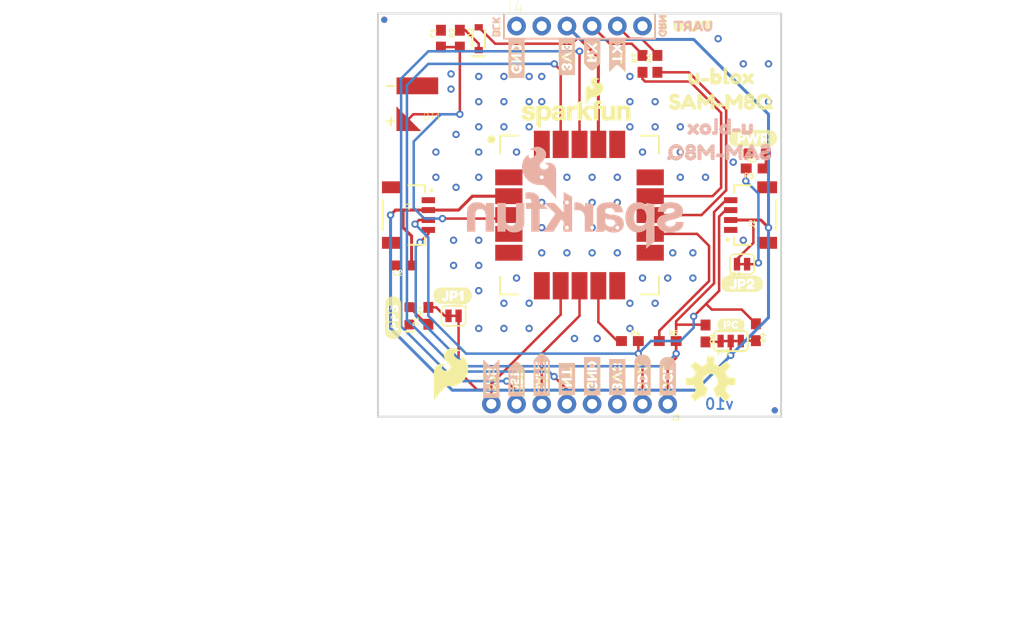
<source format=kicad_pcb>
(kicad_pcb (version 20211014) (generator pcbnew)
  (layers (0 "F.Cu" signal) (31 "B.Cu" signal) (34 "B.Paste" user) (35 "F.Paste" user) (36 "B.SilkS" user "B.Silkscreen") (37 "F.SilkS" user "F.Silkscreen") (38 "B.Mask" user) (39 "F.Mask" user) (44 "Edge.Cuts" user))
  (net 0 "")
  (net 1 "3.3V")
  (net 2 "GND")
  (net 3 "SCL")
  (net 4 "SDA")
  (net 5 "~{RESET}")
  (net 6 "TXLV")
  (net 7 "RXLV")
  (net 8 "BACKUP")
  (net 9 "INT")
  (net 10 "PPS")
  (net 11 "N$5")
  (net 12 "N$8")
  (net 13 "N$2")
  (net 14 "N$4")
  (net 15 "N$6")
  (net 16 "SDA_LV")
  (net 17 "SCL_LV")
  (net 18 "~{SAFE}")
  (net 19 "RXI")
  (net 20 "TXO")
  (net 21 "N$1")
  (net 22 "N$3")
  (footprint "boardEagle:GND-04" (layer "F.Cu") (at 142.1511 91.6686 90)
    (fp_text reference "U$33" hide)
    (fp_text value "" hide)
  )
  (footprint "boardEagle:1X06_NO_SILK" (layer "F.Cu") (at 142.1511 85.9536)
    (fp_text reference "J4" (at -1.3462 -1.8288) (layer "F.SilkS") (effects (font (size 1.221232 1.221232) (thickness 0.048768)) (justify left)))
    (fp_text value "BOOT")
    (pad "1" thru_hole circle (at 0 0 90) (size 1.8796 1.8796) (drill 1.016) (layers *.Cu *.Mask) (net 2 "GND"))
    (pad "2" thru_hole circle (at 2.54 0 90) (size 1.8796 1.8796) (drill 1.016) (layers *.Cu *.Mask) (net 2 "GND"))
    (pad "3" thru_hole circle (at 5.08 0 90) (size 1.8796 1.8796) (drill 1.016) (layers *.Cu *.Mask) (net 1 "3.3V"))
    (pad "4" thru_hole circle (at 7.62 0 90) (size 1.8796 1.8796) (drill 1.016) (layers *.Cu *.Mask) (net 19 "RXI"))
    (pad "5" thru_hole circle (at 10.16 0 90) (size 1.8796 1.8796) (drill 1.016) (layers *.Cu *.Mask) (net 20 "TXO"))
    (pad "6" thru_hole circle (at 12.7 0 90) (size 1.8796 1.8796) (drill 1.016) (layers *.Cu *.Mask))
  )
  (footprint "boardEagle:I_SUPER2_C-()-03" (layer "F.Cu") (at 162.3441 116.0526)
    (fp_text reference "U$10" hide)
    (fp_text value "" hide)
  )
  (footprint "boardEagle:SFE_LOGO_FLAME_.2" (layer "F.Cu") (at 135.5471 121.0056)
    (fp_text reference "U$2" hide)
    (fp_text value "" hide)
  )
  (footprint "boardEagle:0603" (layer "F.Cu") (at 136.4361 87.2236 90)
    (fp_text reference "R2" (at 0 -0.762 90) (layer "F.SilkS") (effects (font (size 0.512064 0.512064) (thickness 0.097536)) (justify left)))
    (fp_text value "3.3k")
    (pad "1" smd rect (at -0.85 0 90) (size 1.1 1) (layers "F.Cu" "F.Paste" "F.Mask") (net 8 "BACKUP"))
    (pad "2" smd rect (at 0.85 0 90) (size 1.1 1) (layers "F.Cu" "F.Paste" "F.Mask") (net 15 "N$6"))
  )
  (footprint "boardEagle:CREATIVE_COMMONS" (layer "F.Cu") (at 110.4011 143.1036)
    (fp_text reference "FRAME1" hide)
    (fp_text value "FRAME-LETTER" hide)
  )
  (footprint "boardEagle:PWR0" (layer "F.Cu") (at 163.4871 97.2566)
    (fp_text reference "U$30" hide)
    (fp_text value "" hide)
  )
  (footprint "boardEagle:GRN2" (layer "F.Cu") (at 156.8831 87.7316 90)
    (fp_text reference "U$14" hide)
    (fp_text value "" hide)
  )
  (footprint "boardEagle:FIDUCIAL-MICRO" (layer "F.Cu") (at 168.1861 124.6886)
    (fp_text reference "FD1" hide)
    (fp_text value "FIDUCIALUFIDUCIAL" hide)
    (pad "1" smd roundrect (at 0 0) (size 0.635 0.635) (layers "F.Cu" "F.Mask") (roundrect_rratio 0.5))
  )
  (footprint "boardEagle:SAM#M8Q4" (layer "F.Cu") (at 156.1211 93.5736)
    (fp_text reference "U$21" hide)
    (fp_text value "" hide)
  )
  (footprint "boardEagle:PPS0" (layer "F.Cu") (at 129.7051 117.5766 90)
    (fp_text reference "U$29" hide)
    (fp_text value "" hide)
  )
  (footprint "boardEagle:RX6" (layer "F.Cu") (at 149.7711 90.5256 90)
    (fp_text reference "U$19" hide)
    (fp_text value "" hide)
  )
  (footprint "boardEagle:PPS5" (layer "F.Cu") (at 139.6111 123.9266 90)
    (fp_text reference "U$43" hide)
    (fp_text value "" hide)
  )
  (footprint "boardEagle:3V3-04" (layer "F.Cu") (at 152.3111 123.6726 90)
    (fp_text reference "U$6" hide)
    (fp_text value "" hide)
  )
  (footprint "boardEagle:TX7" (layer "F.Cu") (at 152.3111 90.6526 90)
    (fp_text reference "U$23" hide)
    (fp_text value "" hide)
  )
  (footprint "boardEagle:SAM-M8Q" (layer "F.Cu") (at 148.5011 105.0036)
    (fp_text reference "U1" (at -7.75 -8.25) (layer "F.SilkS") (effects (font (size 0.470611 0.470611) (thickness 0.037389)) (justify left)))
    (fp_text value "UBLOX_SAM_M8Q-0-10")
    (pad "1" smd rect (at -7.125 -3.8 180) (size 2.75 1.6) (layers "F.Cu" "F.Paste" "F.Mask") (net 2 "GND"))
    (pad "2" smd rect (at -7.125 -1.9 180) (size 2.75 1.6) (layers "F.Cu" "F.Paste" "F.Mask") (net 1 "3.3V"))
    (pad "3" smd rect (at -7.125 0 180) (size 2.75 1.6) (layers "F.Cu" "F.Paste" "F.Mask") (net 8 "BACKUP"))
    (pad "4" smd rect (at -7.125 1.9 180) (size 2.75 1.6) (layers "F.Cu" "F.Paste" "F.Mask") (net 2 "GND"))
    (pad "5" smd rect (at -7.125 3.8 180) (size 2.75 1.6) (layers "F.Cu" "F.Paste" "F.Mask") (net 2 "GND"))
    (pad "6" smd rect (at -3.8 7.125 90) (size 2.75 1.6) (layers "F.Cu" "F.Paste" "F.Mask") (net 2 "GND"))
    (pad "7" smd rect (at -1.9 7.125 90) (size 2.75 1.6) (layers "F.Cu" "F.Paste" "F.Mask") (net 10 "PPS"))
    (pad "8" smd rect (at 0 7.125 90) (size 2.75 1.6) (layers "F.Cu" "F.Paste" "F.Mask") (net 18 "~{SAFE}"))
    (pad "9" smd rect (at 1.9 7.125 90) (size 2.75 1.6) (layers "F.Cu" "F.Paste" "F.Mask") (net 16 "SDA_LV"))
    (pad "10" smd rect (at 3.8 7.125 90) (size 2.75 1.6) (layers "F.Cu" "F.Paste" "F.Mask") (net 2 "GND"))
    (pad "11" smd rect (at 7.125 3.8) (size 2.75 1.6) (layers "F.Cu" "F.Paste" "F.Mask") (net 2 "GND"))
    (pad "12" smd rect (at 7.125 1.9) (size 2.75 1.6) (layers "F.Cu" "F.Paste" "F.Mask") (net 17 "SCL_LV"))
    (pad "13" smd rect (at 7.125 0) (size 2.75 1.6) (layers "F.Cu" "F.Paste" "F.Mask") (net 6 "TXLV"))
    (pad "14" smd rect (at 7.125 -1.9) (size 2.75 1.6) (layers "F.Cu" "F.Paste" "F.Mask") (net 7 "RXLV"))
    (pad "15" smd rect (at 7.125 -3.8) (size 2.75 1.6) (layers "F.Cu" "F.Paste" "F.Mask") (net 2 "GND"))
    (pad "16" smd rect (at 3.8 -7.125 270) (size 2.75 1.6) (layers "F.Cu" "F.Paste" "F.Mask") (net 2 "GND"))
    (pad "17" smd rect (at 1.9 -7.125 270) (size 2.75 1.6) (layers "F.Cu" "F.Paste" "F.Mask") (net 1 "3.3V"))
    (pad "18" smd rect (at 0 -7.125 270) (size 2.75 1.6) (layers "F.Cu" "F.Paste" "F.Mask") (net 5 "~{RESET}"))
    (pad "19" smd rect (at -1.9 -7.125 270) (size 2.75 1.6) (layers "F.Cu" "F.Paste" "F.Mask") (net 9 "INT"))
    (pad "20" smd rect (at -3.8 -7.125 270) (size 2.75 1.6) (layers "F.Cu" "F.Paste" "F.Mask") (net 2 "GND"))
  )
  (footprint "boardEagle:GND-04" (layer "F.Cu") (at 149.7711 123.6726 90)
    (fp_text reference "U$8" hide)
    (fp_text value "" hide)
  )
  (footprint "boardEagle:UART0" (layer "F.Cu") (at 157.0101 85.9536)
    (fp_text reference "U$45" hide)
    (fp_text value "" hide)
  )
  (footprint "boardEagle:SDA-[)" (layer "F.Cu") (at 154.8511 123.6726 90)
    (fp_text reference "U$1" hide)
    (fp_text value "" hide)
  )
  (footprint "boardEagle:SOD-323" (layer "F.Cu") (at 138.3411 87.2236 90)
    (fp_text reference "D2" (at 0 -0.762 90) (layer "F.SilkS") (effects (font (size 0.512064 0.512064) (thickness 0.097536)) (justify left)))
    (fp_text value "0.5A/40V/420mV")
    (pad "A" smd rect (at 1.15 0 90) (size 0.63 0.83) (layers "F.Cu" "F.Paste" "F.Mask") (net 1 "3.3V"))
    (pad "C" smd rect (at -1.15 0 90) (size 0.63 0.83) (layers "F.Cu" "F.Paste" "F.Mask") (net 15 "N$6"))
  )
  (footprint "boardEagle:SMT-JUMPER_2_NC_TRACE_SILK" (layer "F.Cu") (at 135.8011 115.1636)
    (fp_text reference "JP1" (at 0 -1.143) (layer "F.SilkS") (effects (font (size 0.512064 0.512064) (thickness 0.097536)) (justify left)))
    (fp_text value "")
    (fp_poly (pts (xy -0.2032 0.127) (xy 0.2032 0.127) (xy 0.2032 -0.127) (xy -0.2032 -0.127)) (layer "F.Cu") (width 0) (fill solid))
    (pad "1" smd rect (at -0.508 0) (size 0.635 1.27) (layers "F.Cu" "F.Mask") (net 14 "N$4"))
    (pad "2" smd rect (at 0.508 0) (size 0.635 1.27) (layers "F.Cu" "F.Mask") (net 10 "PPS"))
  )
  (footprint "boardEagle:ML414H_IV01E" (layer "F.Cu") (at 132.7531 93.8276 180)
    (fp_text reference "BT1" (at -1.905003 -1.270004) (layer "F.SilkS") (effects (font (size 0.709422 0.709422) (thickness 0.052578)) (justify right)))
    (fp_text value "6.8MM_COIN_CELL" hide)
    (fp_poly (pts (xy 2.705 -0.219645) (xy 0.219645 -2.705) (xy 2.705 -2.705)) (layer "F.Cu") (width 0) (fill solid))
    (pad "+" smd rect (at 2.022 -2.032 180) (size 1 1) (layers "F.Cu") (net 8 "BACKUP"))
    (pad "-" smd rect (at 0.6 1.85 180) (size 4.2 1.7) (layers "F.Cu") (net 2 "GND"))
  )
  (footprint "boardEagle:SFE_LOGO_NAME_FLAME_.1" (layer "F.Cu") (at 148.2471 94.8436)
    (fp_text reference "U$28" hide)
    (fp_text value "" hide)
  )
  (footprint "boardEagle:0603" (layer "F.Cu") (at 154.8511 89.7636 90)
    (fp_text reference "R7" (at 0 -0.762 90) (layer "F.SilkS") (effects (font (size 0.512064 0.512064) (thickness 0.097536)) (justify left)))
    (fp_text value "470")
    (pad "1" smd rect (at -0.85 0 90) (size 1.1 1) (layers "F.Cu" "F.Paste" "F.Mask") (net 7 "RXLV"))
    (pad "2" smd rect (at 0.85 0 90) (size 1.1 1) (layers "F.Cu" "F.Paste" "F.Mask") (net 19 "RXI"))
  )
  (footprint "boardEagle:#RST3" (layer "F.Cu") (at 142.1511 123.9266 90)
    (fp_text reference "U$35" hide)
    (fp_text value "" hide)
  )
  (footprint "boardEagle:1X08_NO_SILK" (layer "F.Cu") (at 157.3911 124.0536 180)
    (fp_text reference "J3" (at -1.27 -1.397) (layer "F.SilkS") (effects (font (size 0.512064 0.512064) (thickness 0.097536)) (justify right)))
    (fp_text value "")
    (pad "1" thru_hole circle (at 0 0 270) (size 1.8796 1.8796) (drill 1.016) (layers *.Cu *.Mask) (net 3 "SCL"))
    (pad "2" thru_hole circle (at 2.54 0 270) (size 1.8796 1.8796) (drill 1.016) (layers *.Cu *.Mask) (net 4 "SDA"))
    (pad "3" thru_hole circle (at 5.08 0 270) (size 1.8796 1.8796) (drill 1.016) (layers *.Cu *.Mask) (net 1 "3.3V"))
    (pad "4" thru_hole circle (at 7.62 0 270) (size 1.8796 1.8796) (drill 1.016) (layers *.Cu *.Mask) (net 2 "GND"))
    (pad "5" thru_hole circle (at 10.16 0 270) (size 1.8796 1.8796) (drill 1.016) (layers *.Cu *.Mask) (net 9 "INT"))
    (pad "6" thru_hole circle (at 12.7 0 270) (size 1.8796 1.8796) (drill 1.016) (layers *.Cu *.Mask) (net 18 "~{SAFE}"))
    (pad "7" thru_hole circle (at 15.24 0 270) (size 1.8796 1.8796) (drill 1.016) (layers *.Cu *.Mask) (net 5 "~{RESET}"))
    (pad "8" thru_hole circle (at 17.78 0 270) (size 1.8796 1.8796) (drill 1.016) (layers *.Cu *.Mask) (net 10 "PPS"))
  )
  (footprint "boardEagle:0603" (layer "F.Cu") (at 166.2811 116.8146 -90)
    (fp_text reference "R9" (at 0 -0.762 90) (layer "F.SilkS") (effects (font (size 0.512064 0.512064) (thickness 0.097536)) (justify right)))
    (fp_text value "2.2k")
    (pad "1" smd rect (at -0.85 0 270) (size 1.1 1) (layers "F.Cu" "F.Paste" "F.Mask") (net 4 "SDA"))
    (pad "2" smd rect (at 0.85 0 270) (size 1.1 1) (layers "F.Cu" "F.Paste" "F.Mask") (net 11 "N$5"))
  )
  (footprint "boardEagle:SMT-JUMPER_2_NC_TRACE_SILK" (layer "F.Cu") (at 164.8841 109.9566 180)
    (fp_text reference "JP2" (at 0 -1.143) (layer "F.SilkS") (effects (font (size 0.512064 0.512064) (thickness 0.097536)) (justify right)))
    (fp_text value "JUMPER-SMT_2_NC_TRACE_SILK")
    (fp_poly (pts (xy -0.2032 0.127) (xy 0.2032 0.127) (xy 0.2032 -0.127) (xy -0.2032 -0.127)) (layer "F.Cu") (width 0) (fill solid))
    (pad "1" smd rect (at -0.508 0 180) (size 0.635 1.27) (layers "F.Cu" "F.Mask") (net 21 "N$1"))
    (pad "2" smd rect (at 0.508 0 180) (size 0.635 1.27) (layers "F.Cu" "F.Mask") (net 1 "3.3V"))
  )
  (footprint "boardEagle:FIDUCIAL-MICRO" (layer "F.Cu") (at 128.8161 85.3186)
    (fp_text reference "FD3" hide)
    (fp_text value "FIDUCIALUFIDUCIAL" hide)
    (pad "1" smd roundrect (at 0 0) (size 0.635 0.635) (layers "F.Cu" "F.Mask") (roundrect_rratio 0.5))
  )
  (footprint "boardEagle:0603" (layer "F.Cu") (at 153.5811 117.7036)
    (fp_text reference "R4" (at 0 -0.762) (layer "F.SilkS") (effects (font (size 0.512064 0.512064) (thickness 0.097536)) (justify left)))
    (fp_text value "22")
    (pad "1" smd rect (at -0.85 0) (size 1.1 1) (layers "F.Cu" "F.Paste" "F.Mask") (net 16 "SDA_LV"))
    (pad "2" smd rect (at 0.85 0) (size 1.1 1) (layers "F.Cu" "F.Paste" "F.Mask") (net 4 "SDA"))
  )
  (footprint "boardEagle:SMT-JUMPER_3_2-NC_TRACE_SILK" (layer "F.Cu") (at 163.7411 117.7036 180)
    (fp_text reference "JP3" (at 0 -1.143) (layer "F.SilkS") (effects (font (size 0.512064 0.512064) (thickness 0.097536)) (justify right)))
    (fp_text value "JUMPER-SMT_3_2-NC_TRACE_SILK")
    (fp_poly (pts (xy -0.7112 0.127) (xy -0.3048 0.127) (xy -0.3048 -0.127) (xy -0.7112 -0.127)) (layer "F.Cu") (width 0) (fill solid))
    (fp_poly (pts (xy 0.3048 0.127) (xy 0.7112 0.127) (xy 0.7112 -0.127) (xy 0.3048 -0.127)) (layer "F.Cu") (width 0) (fill solid))
    (pad "1" smd rect (at -1.016 0 180) (size 0.635 1.27) (layers "F.Cu" "F.Mask") (net 11 "N$5"))
    (pad "2" smd rect (at 0 0 180) (size 0.635 1.27) (layers "F.Cu" "F.Mask") (net 1 "3.3V"))
    (pad "3" smd rect (at 1.016 0 180) (size 0.635 1.27) (layers "F.Cu" "F.Mask") (net 12 "N$8"))
  )
  (footprint "boardEagle:BLK1" (layer "F.Cu") (at 140.1191 87.7316 90)
    (fp_text reference "U$12" hide)
    (fp_text value "" hide)
  )
  (footprint "boardEagle:LED-0603" (layer "F.Cu") (at 131.3561 115.1636 -90)
    (fp_text reference "D1" (at 0 -0.635 90) (layer "F.SilkS") (effects (font (size 0.512064 0.512064) (thickness 0.097536)) (justify right)))
    (fp_text value "Yellow" hide)
    (pad "A" smd roundrect (at -0.877 0 180) (size 1 1) (layers "F.Cu" "F.Paste" "F.Mask") (roundrect_rratio 0.15) (net 13 "N$2"))
    (pad "C" smd roundrect (at 0.877 0 180) (size 1 1) (layers "F.Cu" "F.Paste" "F.Mask") (roundrect_rratio 0.15) (net 2 "GND"))
  )
  (footprint "boardEagle:STAND-OFF" (layer "F.Cu") (at 130.7211 122.7836)
    (fp_text reference "H1" hide)
    (fp_text value "STAND-OFF" hide)
    (pad "" np_thru_hole circle (at 0 0) (size 3.302 3.302) (drill 3.302) (layers *.Cu *.Mask))
  )
  (footprint "boardEagle:#SAFE1" (layer "F.Cu") (at 144.6911 123.9266 90)
    (fp_text reference "U$39" hide)
    (fp_text value "" hide)
  )
  (footprint "boardEagle:JP10" (layer "F.Cu") (at 133.6421 113.1316)
    (fp_text reference "U$18" hide)
    (fp_text value "" hide)
  )
  (footprint "boardEagle:3V3-04" (layer "F.Cu") (at 147.2311 91.4146 90)
    (fp_text reference "U$27" hide)
    (fp_text value "" hide)
  )
  (footprint "boardEagle:0603" (layer "F.Cu") (at 157.3911 117.7036)
    (fp_text reference "R5" (at 0 -0.762) (layer "F.SilkS") (effects (font (size 0.512064 0.512064) (thickness 0.097536)) (justify left)))
    (fp_text value "22")
    (pad "1" smd rect (at -0.85 0) (size 1.1 1) (layers "F.Cu" "F.Paste" "F.Mask") (net 17 "SCL_LV"))
    (pad "2" smd rect (at 0.85 0) (size 1.1 1) (layers "F.Cu" "F.Paste" "F.Mask") (net 3 "SCL"))
  )
  (footprint "boardEagle:0603" (layer "F.Cu") (at 134.5311 87.2236 90)
    (fp_text reference "C1" (at 0 -0.762 90) (layer "F.SilkS") (effects (font (size 0.512064 0.512064) (thickness 0.097536)) (justify left)))
    (fp_text value "1.0uF")
    (pad "1" smd rect (at -0.85 0 90) (size 1.1 1) (layers "F.Cu" "F.Paste" "F.Mask") (net 8 "BACKUP"))
    (pad "2" smd rect (at 0.85 0 90) (size 1.1 1) (layers "F.Cu" "F.Paste" "F.Mask") (net 2 "GND"))
  )
  (footprint "boardEagle:OSHW-LOGO-M" (layer "F.Cu") (at 161.7091 121.7676)
    (fp_text reference "LOGO2" hide)
    (fp_text value "OSHW-LOGOM" hide)
  )
  (footprint "boardEagle:0603" (layer "F.Cu") (at 166.1541 100.3046 180)
    (fp_text reference "R3" (at 0 -0.762) (layer "F.SilkS") (effects (font (size 0.512064 0.512064) (thickness 0.097536)) (justify right)))
    (fp_text value "1k")
    (pad "1" smd rect (at -0.85 0 180) (size 1.1 1) (layers "F.Cu" "F.Paste" "F.Mask") (net 22 "N$3"))
    (pad "2" smd rect (at 0.85 0 180) (size 1.1 1) (layers "F.Cu" "F.Paste" "F.Mask") (net 21 "N$1"))
  )
  (footprint "boardEagle:JP20" (layer "F.Cu") (at 162.6997 111.9378)
    (fp_text reference "U$31" hide)
    (fp_text value "" hide)
  )
  (footprint "boardEagle:STAND-OFF" (layer "F.Cu") (at 130.7211 87.2236)
    (fp_text reference "H3" hide)
    (fp_text value "STAND-OFF" hide)
    (pad "" np_thru_hole circle (at 0 0) (size 3.302 3.302) (drill 3.302) (layers *.Cu *.Mask))
  )
  (footprint "boardEagle:JST04_1MM_RA" (layer "F.Cu") (at 163.7411 105.0036 90)
    (fp_text reference "J2" (at -1.397 2.159 90) (layer "F.SilkS") (effects (font (size 0.512064 0.512064) (thickness 0.097536)) (justify left)))
    (fp_text value "Qwiic Right Angle" hide)
    (pad "1" smd rect (at -1.5 0 90) (size 0.6 1.35) (layers "F.Cu" "F.Paste" "F.Mask") (net 2 "GND"))
    (pad "2" smd rect (at -0.5 0 90) (size 0.6 1.35) (layers "F.Cu" "F.Paste" "F.Mask") (net 1 "3.3V"))
    (pad "3" smd rect (at 0.5 0 90) (size 0.6 1.35) (layers "F.Cu" "F.Paste" "F.Mask") (net 4 "SDA"))
    (pad "4" smd rect (at 1.5 0 90) (size 0.6 1.35) (layers "F.Cu" "F.Paste" "F.Mask") (net 3 "SCL"))
    (pad "NC1" smd rect (at 2.8 3.675 90) (size 1.2 2) (layers "F.Cu" "F.Paste" "F.Mask"))
    (pad "NC2" smd rect (at -2.8 3.675 90) (size 1.2 2) (layers "F.Cu" "F.Paste" "F.Mask"))
  )
  (footprint "boardEagle:SCL-[)" (layer "F.Cu") (at 157.3911 123.6726 90)
    (fp_text reference "U$3" hide)
    (fp_text value "" hide)
  )
  (footprint "boardEagle:INT8" (layer "F.Cu") (at 147.2311 123.6726 90)
    (fp_text reference "U$15" hide)
    (fp_text value "" hide)
  )
  (footprint "boardEagle:0603" (layer "F.Cu") (at 133.2611 115.1636 90)
    (fp_text reference "R1" (at 0 -0.762 90) (layer "F.SilkS") (effects (font (size 0.512064 0.512064) (thickness 0.097536)) (justify left)))
    (fp_text value "1k")
    (pad "1" smd rect (at -0.85 0 90) (size 1.1 1) (layers "F.Cu" "F.Paste" "F.Mask") (net 13 "N$2"))
    (pad "2" smd rect (at 0.85 0 90) (size 1.1 1) (layers "F.Cu" "F.Paste" "F.Mask") (net 14 "N$4"))
  )
  (footprint "boardEagle:0603" (layer "F.Cu") (at 156.3497 89.7636 90)
    (fp_text reference "R6" (at 0 -0.762 90) (layer "F.SilkS") (effects (font (size 0.512064 0.512064) (thickness 0.097536)) (justify left)))
    (fp_text value "470")
    (pad "1" smd rect (at -0.85 0 90) (size 1.1 1) (layers "F.Cu" "F.Paste" "F.Mask") (net 6 "TXLV"))
    (pad "2" smd rect (at 0.85 0 90) (size 1.1 1) (layers "F.Cu" "F.Paste" "F.Mask") (net 20 "TXO"))
  )
  (footprint "boardEagle:LED-0603" (layer "F.Cu") (at 166.4081 98.7806 180)
    (fp_text reference "D3" (at 0 -0.635) (layer "F.SilkS") (effects (font (size 0.512064 0.512064) (thickness 0.097536)) (justify right)))
    (fp_text value "RED")
    (pad "A" smd roundrect (at -0.877 0 90) (size 1 1) (layers "F.Cu" "F.Paste" "F.Mask") (roundrect_rratio 0.15) (net 22 "N$3"))
    (pad "C" smd roundrect (at 0.877 0 90) (size 1 1) (layers "F.Cu" "F.Paste" "F.Mask") (roundrect_rratio 0.15) (net 2 "GND"))
  )
  (footprint "boardEagle:STAND-OFF" (layer "F.Cu") (at 166.2811 87.2236)
    (fp_text reference "H4" hide)
    (fp_text value "STAND-OFF" hide)
    (pad "" np_thru_hole circle (at 0 0) (size 3.302 3.302) (drill 3.302) (layers *.Cu *.Mask))
  )
  (footprint "boardEagle:U#BLOX3" (layer "F.Cu") (at 158.0261 91.0336)
    (fp_text reference "U$26" hide)
    (fp_text value "" hide)
  )
  (footprint "boardEagle:0603" (layer "F.Cu") (at 161.2011 116.9416 -90)
    (fp_text reference "R8" (at 0 -0.762 90) (layer "F.SilkS") (effects (font (size 0.512064 0.512064) (thickness 0.097536)) (justify right)))
    (fp_text value "2.2k")
    (pad "1" smd rect (at -0.85 0 270) (size 1.1 1) (layers "F.Cu" "F.Paste" "F.Mask") (net 3 "SCL"))
    (pad "2" smd rect (at 0.85 0 270) (size 1.1 1) (layers "F.Cu" "F.Paste" "F.Mask") (net 12 "N$8"))
  )
  (footprint "boardEagle:0603" (layer "F.Cu") (at 130.7211 110.0836 180)
    (fp_text reference "C2" (at 0 -0.762) (layer "F.SilkS") (effects (font (size 0.512064 0.512064) (thickness 0.097536)) (justify right)))
    (fp_text value "1.0uF")
    (pad "1" smd rect (at -0.85 0 180) (size 1.1 1) (layers "F.Cu" "F.Paste" "F.Mask") (net 1 "3.3V"))
    (pad "2" smd rect (at 0.85 0 180) (size 1.1 1) (layers "F.Cu" "F.Paste" "F.Mask") (net 2 "GND"))
  )
  (footprint "boardEagle:JST04_1MM_RA" (layer "F.Cu") (at 133.2611 105.0036 -90)
    (fp_text reference "J1" (at -1.397 2.159 90) (layer "F.SilkS") (effects (font (size 0.512064 0.512064) (thickness 0.097536)) (justify right)))
    (fp_text value "Qwiic Right Angle" hide)
    (pad "1" smd rect (at -1.5 0 270) (size 0.6 1.35) (layers "F.Cu" "F.Paste" "F.Mask") (net 2 "GND"))
    (pad "2" smd rect (at -0.5 0 270) (size 0.6 1.35) (layers "F.Cu" "F.Paste" "F.Mask") (net 1 "3.3V"))
    (pad "3" smd rect (at 0.5 0 270) (size 0.6 1.35) (layers "F.Cu" "F.Paste" "F.Mask") (net 4 "SDA"))
    (pad "4" smd rect (at 1.5 0 270) (size 0.6 1.35) (layers "F.Cu" "F.Paste" "F.Mask") (net 3 "SCL"))
    (pad "NC1" smd rect (at 2.8 3.675 270) (size 1.2 2) (layers "F.Cu" "F.Paste" "F.Mask"))
    (pad "NC2" smd rect (at -2.8 3.675 270) (size 1.2 2) (layers "F.Cu" "F.Paste" "F.Mask"))
  )
  (footprint "boardEagle:STAND-OFF" (layer "F.Cu") (at 166.2811 122.7836)
    (fp_text reference "H2" hide)
    (fp_text value "STAND-OFF" hide)
    (pad "" np_thru_hole circle (at 0 0) (size 3.302 3.302) (drill 3.302) (layers *.Cu *.Mask))
  )
  (footprint "boardEagle:RX6" (layer "B.Cu") (at 149.7711 90.5256 90)
    (fp_text reference "U$20" hide)
    (fp_text value "" hide)
  )
  (footprint "boardEagle:U#BLOX3" (layer "B.Cu") (at 167.4241 96.1136 180)
    (fp_text reference "U$22" hide)
    (fp_text value "" hide)
  )
  (footprint "boardEagle:SFE_LOGO_NAME_FLAME_.2" (layer "B.Cu") (at 147.9931 105.5116 180)
    (fp_text reference "LOGO1" hide)
    (fp_text value "SFE_LOGO_NAME_FLAME.2_INCH" hide)
  )
  (footprint "boardEagle:GRN2" (layer "B.Cu") (at 156.8831 87.7316 90)
    (fp_text reference "U$17" hide)
    (fp_text value "" hide)
  )
  (footprint "boardEagle:UART0" (layer "B.Cu") (at 162.8521 85.9536 180)
    (fp_text reference "U$11" hide)
    (fp_text value "" hide)
  )
  (footprint "boardEagle:GND-04" (layer "B.Cu") (at 149.7711 123.6726 90)
    (fp_text reference "U$9" hide)
    (fp_text value "" hide)
  )
  (footprint "boardEagle:INT8" (layer "B.Cu") (at 147.2311 123.6726 90)
    (fp_text reference "U$16" hide)
    (fp_text value "" hide)
  )
  (footprint "boardEagle:3V3-04" (layer "B.Cu") (at 152.3111 123.6726 90)
    (fp_text reference "U$7" hide)
    (fp_text value "" hide)
  )
  (footprint "boardEagle:#SAFE1" (layer "B.Cu") (at 144.6911 123.9266 90)
    (fp_text reference "U$40" hide)
    (fp_text value "" hide)
  )
  (footprint "boardEagle:SAM#M8Q4" (layer "B.Cu") (at 169.2021 98.6536 180)
    (fp_text reference "U$25" hide)
    (fp_text value "" hide)
  )
  (footprint "boardEagle:#RST3" (layer "B.Cu") (at 142.1511 123.9266 90)
    (fp_text reference "U$36" hide)
    (fp_text value "" hide)
  )
  (footprint "boardEagle:SDA-[)" (layer "B.Cu") (at 154.8511 123.6726 90)
    (fp_text reference "U$4" hide)
    (fp_text value "" hide)
  )
  (footprint "boardEagle:3V3-04" (layer "B.Cu") (at 147.2311 91.4146 90)
    (fp_text reference "U$32" hide)
    (fp_text value "" hide)
  )
  (footprint "boardEagle:FIDUCIAL-MICRO" (layer "B.Cu") (at 168.1861 124.6886 180)
    (fp_text reference "FD2" hide)
    (fp_text value "FIDUCIALUFIDUCIAL" hide)
    (pad "1" smd roundrect (at 0 0 180) (size 0.635 0.635) (layers "B.Cu" "B.Mask") (roundrect_rratio 0.5))
  )
  (footprint "boardEagle:GND-04" (layer "B.Cu") (at 142.1511 91.6686 90)
    (fp_text reference "U$34" hide)
    (fp_text value "" hide)
  )
  (footprint "boardEagle:BLK1" (layer "B.Cu") (at 140.1191 87.7316 90)
    (fp_text reference "U$13" hide)
    (fp_text value "" hide)
  )
  (footprint "boardEagle:FIDUCIAL-MICRO" (layer "B.Cu") (at 128.8161 85.3186 180)
    (fp_text reference "FD4" hide)
    (fp_text value "FIDUCIALUFIDUCIAL" hide)
    (pad "1" smd roundrect (at 0 0 180) (size 0.635 0.635) (layers "B.Cu" "B.Mask") (roundrect_rratio 0.5))
  )
  (footprint "boardEagle:TX7" (layer "B.Cu") (at 152.3111 90.6526 90)
    (fp_text reference "U$24" hide)
    (fp_text value "" hide)
  )
  (footprint "boardEagle:SCL-[)" (layer "B.Cu") (at 157.3911 123.6726 90)
    (fp_text reference "U$5" hide)
    (fp_text value "" hide)
  )
  (footprint "boardEagle:PPS5" (layer "B.Cu") (at 139.6111 123.9266 90)
    (fp_text reference "U$44" hide)
    (fp_text value "" hide)
  )
  (gr_line (start 140.8811 84.6836) (end 140.8811 87.2236) (layer "B.SilkS") (width 0.1778))
  (gr_line (start 156.1211 87.2236) (end 156.1211 84.6836) (layer "B.SilkS") (width 0.1778))
  (gr_line (start 156.1211 87.2236) (end 140.8811 87.2236) (layer "B.SilkS") (width 0.1778))
  (gr_line (start 140.8811 84.6836) (end 140.8811 87.2236) (layer "F.SilkS") (width 0.1778))
  (gr_line (start 156.1211 87.2236) (end 156.1211 84.6836) (layer "F.SilkS") (width 0.1778))
  (gr_line (start 140.8811 87.2236) (end 156.1211 87.2236) (layer "F.SilkS") (width 0.1778))
  (gr_line (start 168.8211 84.6836) (end 168.8211 125.3236) (layer "Edge.Cuts") (width 0.2032))
  (gr_line (start 128.1811 84.6836) (end 168.8211 84.6836) (layer "Edge.Cuts") (width 0.2032))
  (gr_line (start 168.8211 125.3236) (end 128.1811 125.3236) (layer "Edge.Cuts") (width 0.2032))
  (gr_line (start 128.1811 125.3236) (end 128.1811 84.6836) (layer "Edge.Cuts") (width 0.2032))
  (gr_text "v10" (at 162.5981 124.0536) (layer "B.Cu") (effects (font (size 1.0795 1.0795) (thickness 0.1905)) (justify mirror)))
  (gr_text "-" (at 128.6891 92.5576) (layer "F.SilkS") (effects (font (size 1.0795 1.0795) (thickness 0.1905)) (justify left bottom)))
  (gr_text "+" (at 128.6891 96.1136) (layer "F.SilkS") (effects (font (size 1.0795 1.0795) (thickness 0.1905)) (justify left bottom)))
  (segment (start 139.9991 87.7316) (end 147.7391 87.7316) (width 0.254) (layer "F.Cu") (net 1))
  (segment (start 167.5511 106.2736) (end 166.7811 105.5036) (width 0.3048) (layer "F.Cu") (net 1))
  (segment (start 138.3411 86.0736) (end 139.9991 87.7316) (width 0.254) (layer "F.Cu") (net 1))
  (segment (start 136.3011 104.5036) (end 133.2611 104.5036) (width 0.3048) (layer "F.Cu") (net 1))
  (segment (start 164.3761 109.9566) (end 164.3761 109.4486) (width 0.254) (layer "F.Cu") (net 1))
  (segment (start 131.5711 110.0836) (end 131.5711 107.1236) (width 0.3048) (layer "F.Cu") (net 1))
  (segment (start 141.3761 103.1036) (end 137.7011 103.1036) (width 0.3048) (layer "F.Cu") (net 1))
  (segment (start 131.5711 107.1236) (end 130.7211 106.2736) (width 0.3048) (layer "F.Cu") (net 1))
  (segment (start 133.2611 104.5036) (end 130.7211 104.5036) (width 0.3048) (layer "F.Cu") (net 1))
  (segment (start 137.7011 103.1036) (end 136.3011 104.5036) (width 0.3048) (layer "F.Cu") (net 1))
  (segment (start 166.7811 105.5036) (end 166.0271 105.5036) (width 0.3048) (layer "F.Cu") (net 1))
  (segment (start 163.7411 119.1514) (end 163.7411 117.7036) (width 0.254) (layer "F.Cu") (net 1))
  (segment (start 129.9511 104.5036) (end 129.4511 105.0036) (width 0.3048) (layer "F.Cu") (net 1))
  (segment (start 130.7211 106.2736) (end 130.7211 104.5036) (width 0.3048) (layer "F.Cu") (net 1))
  (segment (start 130.7211 104.5036) (end 129.9511 104.5036) (width 0.3048) (layer "F.Cu") (net 1))
  (segment (start 164.3761 109.4486) (end 166.0271 107.7976) (width 0.254) (layer "F.Cu") (net 1))
  (segment (start 147.7391 87.7316) (end 148.3741 87.0966) (width 0.254) (layer "F.Cu") (net 1))
  (segment (start 150.4011 97.8786) (end 150.4011 89.1236) (width 0.3048) (layer "F.Cu") (net 1))
  (segment (start 150.4011 89.1236) (end 148.3741 87.0966) (width 0.3048) (layer "F.Cu") (net 1))
  (segment (start 166.0271 107.7976) (end 166.0271 105.5036) (width 0.254) (layer "F.Cu") (net 1))
  (segment (start 166.0271 105.5036) (end 163.7411 105.5036) (width 0.3048) (layer "F.Cu") (net 1))
  (segment (start 148.3741 87.0966) (end 147.2311 85.9536) (width 0.3048) (layer "F.Cu") (net 1))
  (via (at 167.5511 106.2736) (size 0.7366) (drill 0.381) (layers "F.Cu" "B.Cu") (net 1))
  (via (at 129.4511 105.0036) (size 0.7366) (drill 0.381) (layers "F.Cu" "B.Cu") (net 1))
  (via (at 163.7411 119.1514) (size 0.7366) (drill 0.381) (layers "F.Cu" "B.Cu") (net 1))
  (segment (start 167.5511 106.2736) (end 167.5511 94.8436) (width 0.3048) (layer "B.Cu") (net 1))
  (segment (start 160.2359 122.6566) (end 152.3111 122.6566) (width 0.3048) (layer "B.Cu") (net 1))
  (segment (start 152.3111 124.0536) (end 152.3111 122.6566) (width 0.3048) (layer "B.Cu") (net 1))
  (segment (start 163.7411 119.1514) (end 167.5511 115.3414) (width 0.3048) (layer "B.Cu") (net 1))
  (segment (start 148.5773 87.2998) (end 147.2311 85.9536) (width 0.3048) (layer "B.Cu") (net 1))
  (segment (start 167.5511 115.3414) (end 167.5511 106.2736) (width 0.3048) (layer "B.Cu") (net 1))
  (segment (start 160.0073 87.2998) (end 148.5773 87.2998) (width 0.3048) (layer "B.Cu") (net 1))
  (segment (start 160.2359 122.6566) (end 163.7411 119.1514) (width 0.3048) (layer "B.Cu") (net 1))
  (segment (start 135.6741 122.6566) (end 129.4511 116.4336) (width 0.3048) (layer "B.Cu") (net 1))
  (segment (start 167.5511 94.8436) (end 160.0073 87.2998) (width 0.3048) (layer "B.Cu") (net 1))
  (segment (start 152.3111 122.6566) (end 135.6741 122.6566) (width 0.3048) (layer "B.Cu") (net 1))
  (segment (start 129.4511 116.4336) (end 129.4511 105.0036) (width 0.3048) (layer "B.Cu") (net 1))
  (via (at 136.0551 96.8756) (size 0.7366) (drill 0.381) (layers "F.Cu" "B.Cu") (net 2))
  (via (at 143.4211 96.1136) (size 0.7366) (drill 0.381) (layers "F.Cu" "B.Cu") (net 2))
  (via (at 152.3111 103.7336) (size 0.7366) (drill 0.381) (layers "F.Cu" "B.Cu") (net 2))
  (via (at 138.3411 101.1936) (size 0.7366) (drill 0.381) (layers "F.Cu" "B.Cu") (net 2))
  (via (at 140.8811 91.0336) (size 0.7366) (drill 0.381) (layers "F.Cu" "B.Cu") (net 2))
  (via (at 138.3411 116.4336) (size 0.7366) (drill 0.381) (layers "F.Cu" "B.Cu") (net 2))
  (via (at 135.5471 90.7796) (size 0.7366) (drill 0.381) (layers "F.Cu" "B.Cu") (net 2))
  (via (at 144.6911 108.8136) (size 0.7366) (drill 0.381) (layers "F.Cu" "B.Cu") (net 2))
  (via (at 156.1211 93.5736) (size 0.7366) (drill 0.381) (layers "F.Cu" "B.Cu") (net 2))
  (via (at 144.6911 106.2736) (size 0.7366) (drill 0.381) (layers "F.Cu" "B.Cu") (net 2))
  (via (at 144.6911 91.0336) (size 0.7366) (drill 0.381) (layers "F.Cu" "B.Cu") (net 2))
  (via (at 157.8991 108.8136) (size 0.7366) (drill 0.381) (layers "F.Cu" "B.Cu") (net 2))
  (via (at 153.5811 113.8936) (size 0.7366) (drill 0.381) (layers "F.Cu" "B.Cu") (net 2))
  (via (at 147.9931 117.4496) (size 0.7366) (drill 0.381) (layers "F.Cu" "B.Cu") (net 2))
  (via (at 142.1511 111.3536) (size 0.7366) (drill 0.381) (layers "F.Cu" "B.Cu") (net 2))
  (via (at 143.4211 113.8936) (size 0.7366) (drill 0.381) (layers "F.Cu" "B.Cu") (net 2))
  (via (at 143.4211 116.4336) (size 0.7366) (drill 0.381) (layers "F.Cu" "B.Cu") (net 2))
  (via (at 138.3411 110.0836) (size 0.7366) (drill 0.381) (layers "F.Cu" "B.Cu") (net 2))
  (via (at 153.5811 91.0336) (size 0.7366) (drill 0.381) (layers "F.Cu" "B.Cu") (net 2))
  (via (at 152.3111 106.2736) (size 0.7366) (drill 0.381) (layers "F.Cu" "B.Cu") (net 2))
  (via (at 165.0111 107.5436) (size 0.7366) (drill 0.381) (layers "F.Cu" "B.Cu") (net 2))
  (via (at 162.4711 87.2236) (size 0.7366) (drill 0.381) (layers "F.Cu" "B.Cu") (net 2))
  (via (at 159.9311 111.3536) (size 0.7366) (drill 0.381) (layers "F.Cu" "B.Cu") (net 2))
  (via (at 167.5511 93.5736) (size 0.7366) (drill 0.381) (layers "F.Cu" "B.Cu") (net 2))
  (via (at 149.7711 108.8136) (size 0.7366) (drill 0.381) (layers "F.Cu" "B.Cu") (net 2))
  (via (at 150.2791 117.4496) (size 0.7366) (drill 0.381) (layers "F.Cu" "B.Cu") (net 2))
  (via (at 136.0551 102.2096) (size 0.7366) (drill 0.381) (layers "F.Cu" "B.Cu") (net 2))
  (via (at 153.5811 96.1136) (size 0.7366) (drill 0.381) (layers "F.Cu" "B.Cu") (net 2))
  (via (at 154.8511 98.6536) (size 0.7366) (drill 0.381) (layers "F.Cu" "B.Cu") (net 2))
  (via (at 138.3411 96.1136) (size 0.7366) (drill 0.381) (layers "F.Cu" "B.Cu") (net 2))
  (via (at 156.1211 113.8936) (size 0.7366) (drill 0.381) (layers "F.Cu" "B.Cu") (net 2))
  (via (at 134.0231 101.1936) (size 0.7366) (drill 0.381) (layers "F.Cu" "B.Cu") (net 2))
  (via (at 140.8811 93.5736) (size 0.7366) (drill 0.381) (layers "F.Cu" "B.Cu") (net 2))
  (via (at 138.3411 112.6236) (size 0.7366) (drill 0.381) (layers "F.Cu" "B.Cu") (net 2))
  (via (at 135.5471 92.3036) (size 0.7366) (drill 0.381) (layers "F.Cu" "B.Cu") (net 2))
  (via (at 147.2311 106.2736) (size 0.7366) (drill 0.381) (layers "F.Cu" "B.Cu") (net 2))
  (via (at 147.2311 108.8136) (size 0.7366) (drill 0.381) (layers "F.Cu" "B.Cu") (net 2))
  (via (at 153.5811 116.4336) (size 0.7366) (drill 0.381) (layers "F.Cu" "B.Cu") (net 2))
  (via (at 149.7711 103.7336) (size 0.7366) (drill 0.381) (layers "F.Cu" "B.Cu") (net 2))
  (via (at 163.9951 99.6696) (size 0.7366) (drill 0.381) (layers "F.Cu" "B.Cu") (net 2))
  (via (at 138.3411 91.0336) (size 0.7366) (drill 0.381) (layers "F.Cu" "B.Cu") (net 2))
  (via (at 135.8011 107.5436) (size 0.7366) (drill 0.381) (layers "F.Cu" "B.Cu") (net 2))
  (via (at 159.9311 108.8136) (size 0.7366) (drill 0.381) (layers "F.Cu" "B.Cu") (net 2))
  (via (at 147.2311 103.7336) (size 0.7366) (drill 0.381) (layers "F.Cu" "B.Cu") (net 2))
  (via (at 144.6911 93.5736) (size 0.7366) (drill 0.381) (layers "F.Cu" "B.Cu") (net 2))
  (via (at 140.8811 113.8936) (size 0.7366) (drill 0.381) (layers "F.Cu" "B.Cu") (net 2))
  (via (at 140.8811 96.1136) (size 0.7366) (drill 0.381) (layers "F.Cu" "B.Cu") (net 2))
  (via (at 158.6611 101.1936) (size 0.7366) (drill 0.381) (layers "F.Cu" "B.Cu") (net 2))
  (via (at 157.3911 111.3536) (size 0.7366) (drill 0.381) (layers "F.Cu" "B.Cu") (net 2))
  (via (at 167.5511 89.7636) (size 0.7366) (drill 0.381) (layers "F.Cu" "B.Cu") (net 2))
  (via (at 152.3111 108.8136) (size 0.7366) (drill 0.381) (layers "F.Cu" "B.Cu") (net 2))
  (via (at 149.7711 101.1936) (size 0.7366) (drill 0.381) (layers "F.Cu" "B.Cu") (net 2))
  (via (at 154.8511 111.3536) (size 0.7366) (drill 0.381) (layers "F.Cu" "B.Cu") (net 2))
  (via (at 140.8811 116.4336) (size 0.7366) (drill 0.381) (layers "F.Cu" "B.Cu") (net 2))
  (via (at 158.6611 98.6536) (size 0.7366) (drill 0.381) (layers "F.Cu" "B.Cu") (net 2))
  (via (at 149.7711 106.2736) (size 0.7366) (drill 0.381) (layers "F.Cu" "B.Cu") (net 2))
  (via (at 144.6911 103.7336) (size 0.7366) (drill 0.381) (layers "F.Cu" "B.Cu") (net 2))
  (via (at 144.6911 101.1936) (size 0.7366) (drill 0.381) (layers "F.Cu" "B.Cu") (net 2))
  (via (at 134.0231 98.6536) (size 0.7366) (drill 0.381) (layers "F.Cu" "B.Cu") (net 2))
  (via (at 138.3411 98.6536) (size 0.7366) (drill 0.381) (layers "F.Cu" "B.Cu") (net 2))
  (via (at 135.8011 110.0836) (size 0.7366) (drill 0.381) (layers "F.Cu" "B.Cu") (net 2))
  (via (at 156.1211 96.1136) (size 0.7366) (drill 0.381) (layers "F.Cu" "B.Cu") (net 2))
  (via (at 143.4211 91.0336) (size 0.7366) (drill 0.381) (layers "F.Cu" "B.Cu") (net 2))
  (via (at 142.1511 98.6536) (size 0.7366) (drill 0.381) (layers "F.Cu" "B.Cu") (net 2))
  (via (at 138.3411 93.5736) (size 0.7366) (drill 0.381) (layers "F.Cu" "B.Cu") (net 2))
  (via (at 161.2011 101.1936) (size 0.7366) (drill 0.381) (layers "F.Cu" "B.Cu") (net 2))
  (via (at 165.0111 89.7636) (size 0.7366) (drill 0.381) (layers "F.Cu" "B.Cu") (net 2))
  (via (at 138.3411 107.5436) (size 0.7366) (drill 0.381) (layers "F.Cu" "B.Cu") (net 2))
  (via (at 152.3111 101.1936) (size 0.7366) (drill 0.381) (layers "F.Cu" "B.Cu") (net 2))
  (via (at 158.6611 96.1136) (size 0.7366) (drill 0.381) (layers "F.Cu" "B.Cu") (net 2))
  (via (at 153.5811 93.5736) (size 0.7366) (drill 0.381) (layers "F.Cu" "B.Cu") (net 2))
  (via (at 147.2311 101.1936) (size 0.7366) (drill 0.381) (layers "F.Cu" "B.Cu") (net 2))
  (via (at 143.4211 93.5736) (size 0.7366) (drill 0.381) (layers "F.Cu" "B.Cu") (net 2))
  (segment (start 158.2411 116.0526) (end 158.2411 115.7106) (width 0.254) (layer "F.Cu") (net 3))
  (segment (start 133.2611 106.5036) (end 133.2611 106.9086) (width 0.254) (layer "F.Cu") (net 3))
  (segment (start 158.2411 115.7106) (end 162.0647 111.887) (width 0.254) (layer "F.Cu") (net 3))
  (segment (start 157.3911 120.2436) (end 158.2411 119.3936) (width 0.254) (layer "F.Cu") (net 3))
  (segment (start 133.2611 106.9086) (end 132.4229 107.7468) (width 0.254) (layer "F.Cu") (net 3))
  (segment (start 158.2411 117.7036) (end 158.2411 119.3936) (width 0.254) (layer "F.Cu") (net 3))
  (segment (start 163.7411 103.5036) (end 163.2599 103.5036) (width 0.254) (layer "F.Cu") (net 3))
  (segment (start 161.1621 116.0526) (end 158.2411 116.0526) (width 0.254) (layer "F.Cu") (net 3))
  (segment (start 162.0647 104.6988) (end 163.2599 103.5036) (width 0.254) (layer "F.Cu") (net 3))
  (segment (start 161.2011 116.0916) (end 161.1621 116.0526) (width 0.254) (layer "F.Cu") (net 3))
  (segment (start 158.2411 117.7036) (end 158.2411 116.0526) (width 0.254) (layer "F.Cu") (net 3))
  (segment (start 162.0647 111.887) (end 162.0647 104.6988) (width 0.254) (layer "F.Cu") (net 3))
  (segment (start 158.2411 118.9736) (end 158.2411 117.7036) (width 0.254) (layer "F.Cu") (net 3))
  (segment (start 157.3911 124.0536) (end 157.3911 120.2436) (width 0.254) (layer "F.Cu") (net 3))
  (via (at 132.4229 107.7468) (size 0.7366) (drill 0.381) (layers "F.Cu" "B.Cu") (net 3))
  (via (at 158.2411 118.9736) (size 0.7366) (drill 0.381) (layers "F.Cu" "B.Cu") (net 3))
  (segment (start 137.0711 120.2436) (end 156.9711 120.2436) (width 0.254) (layer "B.Cu") (net 3))
  (segment (start 156.9711 120.2436) (end 158.2411 118.9736) (width 0.254) (layer "B.Cu") (net 3))
  (segment (start 132.4229 107.7468) (end 131.9911 108.1786) (width 0.254) (layer "B.Cu") (net 3))
  (segment (start 131.9911 108.1786) (end 131.9911 115.1636) (width 0.254) (layer "B.Cu") (net 3))
  (segment (start 131.9911 115.1636) (end 137.0711 120.2436) (width 0.254) (layer "B.Cu") (net 3))
  (segment (start 154.4311 118.9736) (end 154.4311 119.8236) (width 0.254) (layer "F.Cu") (net 4))
  (segment (start 163.7411 104.5036) (end 163.2251 104.5036) (width 0.254) (layer "F.Cu") (net 4))
  (segment (start 154.8511 120.2436) (end 154.4311 119.8236) (width 0.254) (layer "F.Cu") (net 4))
  (segment (start 154.8511 124.0536) (end 154.8511 120.2436) (width 0.254) (layer "F.Cu") (net 4))
  (segment (start 164.8451 114.5286) (end 161.8361 114.5286) (width 0.254) (layer "F.Cu") (net 4))
  (segment (start 132.3293 105.5036) (end 131.9149 105.918) (width 0.254) (layer "F.Cu") (net 4))
  (segment (start 160.0073 115.2144) (end 161.2646 113.9571) (width 0.254) (layer "F.Cu") (net 4))
  (segment (start 162.5727 112.649) (end 161.2646 113.9571) (width 0.254) (layer "F.Cu") (net 4))
  (segment (start 166.2811 115.9646) (end 164.8451 114.5286) (width 0.254) (layer "F.Cu") (net 4))
  (segment (start 163.2251 104.5036) (end 162.5727 105.156) (width 0.254) (layer "F.Cu") (net 4))
  (segment (start 162.5727 105.156) (end 162.5727 112.649) (width 0.254) (layer "F.Cu") (net 4))
  (segment (start 161.8361 114.5286) (end 161.2646 113.9571) (width 0.254) (layer "F.Cu") (net 4))
  (segment (start 132.3293 105.5036) (end 133.2611 105.5036) (width 0.254) (layer "F.Cu") (net 4))
  (segment (start 154.4311 117.7036) (end 154.4311 118.9736) (width 0.254) (layer "F.Cu") (net 4))
  (via (at 160.0073 115.2144) (size 0.7366) (drill 0.381) (layers "F.Cu" "B.Cu") (net 4))
  (via (at 154.4311 118.9736) (size 0.7366) (drill 0.381) (layers "F.Cu" "B.Cu") (net 4))
  (via (at 131.9149 105.918) (size 0.7366) (drill 0.381) (layers "F.Cu" "B.Cu") (net 4))
  (segment (start 160.0073 116.3574) (end 160.0073 115.2144) (width 0.254) (layer "B.Cu") (net 4))
  (segment (start 133.2611 115.1636) (end 137.0711 118.9736) (width 0.254) (layer "B.Cu") (net 4))
  (segment (start 158.6611 117.7036) (end 160.0073 116.3574) (width 0.254) (layer "B.Cu") (net 4))
  (segment (start 137.0711 118.9736) (end 154.4311 118.9736) (width 0.254) (layer "B.Cu") (net 4))
  (segment (start 133.2611 115.1636) (end 133.2611 107.2642) (width 0.254) (layer "B.Cu") (net 4))
  (segment (start 133.2611 107.2642) (end 131.9149 105.918) (width 0.254) (layer "B.Cu") (net 4))
  (segment (start 155.7011 117.7036) (end 158.6611 117.7036) (width 0.254) (layer "B.Cu") (net 4))
  (segment (start 154.4311 118.9736) (end 155.7011 117.7036) (width 0.254) (layer "B.Cu") (net 4))
  (segment (start 148.5011 88.4936) (end 148.5011 97.8786) (width 0.254) (layer "F.Cu") (net 5))
  (segment (start 142.1511 124.0536) (end 142.1511 122.7328) (width 0.254) (layer "F.Cu") (net 5))
  (segment (start 142.1511 122.7328) (end 141.1605 121.7422) (width 0.254) (layer "F.Cu") (net 5))
  (via (at 141.1605 121.7422) (size 0.7366) (drill 0.381) (layers "F.Cu" "B.Cu") (net 5))
  (via (at 148.5011 88.4936) (size 0.7366) (drill 0.381) (layers "F.Cu" "B.Cu") (net 5))
  (segment (start 141.1605 121.7422) (end 136.0297 121.7422) (width 0.254) (layer "B.Cu") (net 5))
  (segment (start 130.5179 91.2368) (end 130.5179 116.2304) (width 0.254) (layer "B.Cu") (net 5))
  (segment (start 130.5179 116.2304) (end 136.0297 121.7422) (width 0.254) (layer "B.Cu") (net 5))
  (segment (start 133.2611 88.4936) (end 130.5179 91.2368) (width 0.254) (layer "B.Cu") (net 5))
  (segment (start 148.5011 88.4936) (end 133.2611 88.4936) (width 0.254) (layer "B.Cu") (net 5))
  (segment (start 155.6261 105.0036) (end 160.7947 105.0036) (width 0.254) (layer "F.Cu") (net 6))
  (segment (start 163.2839 102.5144) (end 163.2839 94.3864) (width 0.254) (layer "F.Cu") (net 6))
  (segment (start 159.5111 90.6136) (end 156.3497 90.6136) (width 0.254) (layer "F.Cu") (net 6))
  (segment (start 160.7947 105.0036) (end 163.2839 102.5144) (width 0.254) (layer "F.Cu") (net 6))
  (segment (start 163.2839 94.3864) (end 159.5111 90.6136) (width 0.254) (layer "F.Cu") (net 6))
  (segment (start 154.8511 90.6136) (end 154.8511 91.2876) (width 0.254) (layer "F.Cu") (net 7))
  (segment (start 161.9073 103.1036) (end 162.7759 102.235) (width 0.254) (layer "F.Cu") (net 7))
  (segment (start 159.627043 91.5416) (end 162.7759 94.690457) (width 0.254) (layer "F.Cu") (net 7))
  (segment (start 154.8511 91.2876) (end 155.1051 91.5416) (width 0.254) (layer "F.Cu") (net 7))
  (segment (start 155.1051 91.5416) (end 159.627043 91.5416) (width 0.254) (layer "F.Cu") (net 7))
  (segment (start 162.7759 102.235) (end 162.7759 94.690457) (width 0.254) (layer "F.Cu") (net 7))
  (segment (start 155.6261 103.1036) (end 161.9073 103.1036) (width 0.254) (layer "F.Cu") (net 7))
  (segment (start 131.7471 94.8436) (end 130.7311 95.8596) (width 0.254) (layer "F.Cu") (net 8))
  (segment (start 136.4361 88.0736) (end 136.4361 94.8436) (width 0.254) (layer "F.Cu") (net 8))
  (segment (start 141.0205 105.3592) (end 134.6835 105.3592) (width 0.254) (layer "F.Cu") (net 8))
  (segment (start 141.3761 105.0036) (end 141.0205 105.3592) (width 0.254) (layer "F.Cu") (net 8))
  (segment (start 136.4361 88.0736) (end 134.5311 88.0736) (width 0.254) (layer "F.Cu") (net 8))
  (segment (start 136.4361 94.8436) (end 131.7471 94.8436) (width 0.254) (layer "F.Cu") (net 8))
  (via (at 136.4361 94.8436) (size 0.7366) (drill 0.381) (layers "F.Cu" "B.Cu") (net 8))
  (via (at 134.6835 105.3592) (size 0.7366) (drill 0.381) (layers "F.Cu" "B.Cu") (net 8))
  (segment (start 131.7879 97.5868) (end 134.5311 94.8436) (width 0.254) (layer "B.Cu") (net 8))
  (segment (start 131.7879 104.2924) (end 131.7879 97.5868) (width 0.254) (layer "B.Cu") (net 8))
  (segment (start 134.6835 105.3592) (end 132.8547 105.3592) (width 0.254) (layer "B.Cu") (net 8))
  (segment (start 134.5311 94.8436) (end 136.4361 94.8436) (width 0.254) (layer "B.Cu") (net 8))
  (segment (start 132.8547 105.3592) (end 131.7879 104.2924) (width 0.254) (layer "B.Cu") (net 8))
  (segment (start 147.2311 124.0536) (end 147.2311 122.5804) (width 0.254) (layer "F.Cu") (net 9))
  (segment (start 146.6011 90.4036) (end 145.9611 89.7636) (width 0.254) (layer "F.Cu") (net 9))
  (segment (start 147.2311 122.5804) (end 145.9357 121.285) (width 0.254) (layer "F.Cu") (net 9))
  (segment (start 146.6011 97.8786) (end 146.6011 90.4036) (width 0.254) (layer "F.Cu") (net 9))
  (via (at 145.9357 121.285) (size 0.7366) (drill 0.381) (layers "F.Cu" "B.Cu") (net 9))
  (via (at 145.9611 89.7636) (size 0.7366) (drill 0.381) (layers "F.Cu" "B.Cu") (net 9))
  (segment (start 136.3345 120.777) (end 131.1021 115.5446) (width 0.254) (layer "B.Cu") (net 9))
  (segment (start 131.1021 91.9226) (end 133.2611 89.7636) (width 0.254) (layer "B.Cu") (net 9))
  (segment (start 133.2611 89.7636) (end 145.9611 89.7636) (width 0.254) (layer "B.Cu") (net 9))
  (segment (start 145.4277 120.777) (end 145.9357 121.285) (width 0.254) (layer "B.Cu") (net 9))
  (segment (start 145.4277 120.777) (end 136.3345 120.777) (width 0.254) (layer "B.Cu") (net 9))
  (segment (start 131.1021 115.5446) (end 131.1021 91.9226) (width 0.254) (layer "B.Cu") (net 9))
  (segment (start 136.3091 120.7516) (end 138.1633 122.6058) (width 0.254) (layer "F.Cu") (net 10))
  (segment (start 139.6111 124.0536) (end 139.6111 122.6058) (width 0.254) (layer "F.Cu") (net 10))
  (segment (start 139.6111 122.6058) (end 139.6111 122.029257) (width 0.254) (layer "F.Cu") (net 10))
  (segment (start 146.6011 115.039257) (end 139.6111 122.029257) (width 0.254) (layer "F.Cu") (net 10))
  (segment (start 136.3091 115.1636) (end 136.3091 120.7516) (width 0.254) (layer "F.Cu") (net 10))
  (segment (start 146.6011 112.1286) (end 146.6011 115.039257) (width 0.254) (layer "F.Cu") (net 10))
  (segment (start 138.1633 122.6058) (end 139.6111 122.6058) (width 0.254) (layer "F.Cu") (net 10))
  (segment (start 166.2811 117.6646) (end 164.7961 117.6646) (width 0.254) (layer "F.Cu") (net 11))
  (segment (start 164.7571 117.7036) (end 164.7961 117.6646) (width 0.254) (layer "F.Cu") (net 11))
  (segment (start 162.6371 117.7916) (end 161.2011 117.7916) (width 0.254) (layer "F.Cu") (net 12))
  (segment (start 162.7251 117.7036) (end 162.6371 117.7916) (width 0.254) (layer "F.Cu") (net 12))
  (segment (start 133.2611 116.0136) (end 133.0831 116.0136) (width 0.254) (layer "F.Cu") (net 13))
  (segment (start 133.0831 116.0136) (end 131.3561 114.2866) (width 0.254) (layer "F.Cu") (net 13))
  (segment (start 133.2611 114.3136) (end 134.0621 114.3136) (width 0.254) (layer "F.Cu") (net 14))
  (segment (start 134.9121 115.1636) (end 135.2931 115.1636) (width 0.254) (layer "F.Cu") (net 14))
  (segment (start 134.0621 114.3136) (end 134.9121 115.1636) (width 0.254) (layer "F.Cu") (net 14))
  (segment (start 136.4361 86.3736) (end 136.9831 86.3736) (width 0.254) (layer "F.Cu") (net 15))
  (segment (start 136.9831 86.3736) (end 138.3411 87.7316) (width 0.254) (layer "F.Cu") (net 15))
  (segment (start 138.3411 87.7316) (end 138.3411 88.3736) (width 0.254) (layer "F.Cu") (net 15))
  (segment (start 150.4011 115.7936) (end 150.4011 112.1286) (width 0.254) (layer "F.Cu") (net 16))
  (segment (start 152.3111 117.7036) (end 150.4011 115.7936) (width 0.254) (layer "F.Cu") (net 16))
  (segment (start 152.7311 117.7036) (end 152.3111 117.7036) (width 0.254) (layer "F.Cu") (net 16))
  (segment (start 155.6261 106.9036) (end 160.3579 106.9036) (width 0.254) (layer "F.Cu") (net 17))
  (segment (start 161.5567 108.1024) (end 161.5567 111.659144) (width 0.254) (layer "F.Cu") (net 17))
  (segment (start 161.5567 111.659144) (end 156.5411 116.674744) (width 0.254) (layer "F.Cu") (net 17))
  (segment (start 156.5411 117.7036) (end 156.5411 116.674744) (width 0.254) (layer "F.Cu") (net 17))
  (segment (start 160.3579 106.9036) (end 161.5567 108.1024) (width 0.254) (layer "F.Cu") (net 17))
  (segment (start 148.5011 115.1636) (end 148.5011 112.1286) (width 0.254) (layer "F.Cu") (net 18))
  (segment (start 144.6911 124.0536) (end 144.6911 118.9736) (width 0.254) (layer "F.Cu") (net 18))
  (segment (start 144.6911 118.9736) (end 148.5011 115.1636) (width 0.254) (layer "F.Cu") (net 18))
  (segment (start 151.5491 87.7316) (end 153.7589 87.7316) (width 0.254) (layer "F.Cu") (net 19))
  (segment (start 149.7711 85.9536) (end 151.5491 87.7316) (width 0.254) (layer "F.Cu") (net 19))
  (segment (start 154.8511 88.8238) (end 153.7589 87.7316) (width 0.254) (layer "F.Cu") (net 19))
  (segment (start 154.8511 88.9136) (end 154.8511 88.8238) (width 0.254) (layer "F.Cu") (net 19))
  (segment (start 153.5811 87.2236) (end 154.3431 87.2236) (width 0.254) (layer "F.Cu") (net 20))
  (segment (start 154.3431 87.2236) (end 154.7495 87.2236) (width 0.254) (layer "F.Cu") (net 20))
  (segment (start 152.3111 85.9536) (end 153.5811 87.2236) (width 0.254) (layer "F.Cu") (net 20))
  (segment (start 156.3497 88.9136) (end 156.3497 88.8238) (width 0.254) (layer "F.Cu") (net 20))
  (segment (start 156.3497 88.8238) (end 154.7495 87.2236) (width 0.254) (layer "F.Cu") (net 20))
  (segment (start 165.3921 109.9566) (end 166.4081 109.9566) (width 0.254) (layer "F.Cu") (net 21))
  (segment (start 165.2651 100.3436) (end 165.2651 101.5746) (width 0.254) (layer "F.Cu") (net 21))
  (segment (start 166.4081 109.9566) (end 166.5351 109.8296) (width 0.254) (layer "F.Cu") (net 21))
  (segment (start 165.3041 100.3046) (end 165.2651 100.3436) (width 0.254) (layer "F.Cu") (net 21))
  (via (at 165.2651 101.5746) (size 0.7366) (drill 0.381) (layers "F.Cu" "B.Cu") (net 21))
  (via (at 166.5351 109.8296) (size 0.7366) (drill 0.381) (layers "F.Cu" "B.Cu") (net 21))
  (segment (start 166.5351 102.8446) (end 166.5351 109.8296) (width 0.254) (layer "B.Cu") (net 21))
  (segment (start 165.2651 101.5746) (end 166.5351 102.8446) (width 0.254) (layer "B.Cu") (net 21))
  (segment (start 167.2851 100.0236) (end 167.0041 100.3046) (width 0.254) (layer "F.Cu") (net 22))
  (segment (start 167.2851 98.7806) (end 167.2851 100.0236) (width 0.254) (layer "F.Cu") (net 22))
)
</source>
